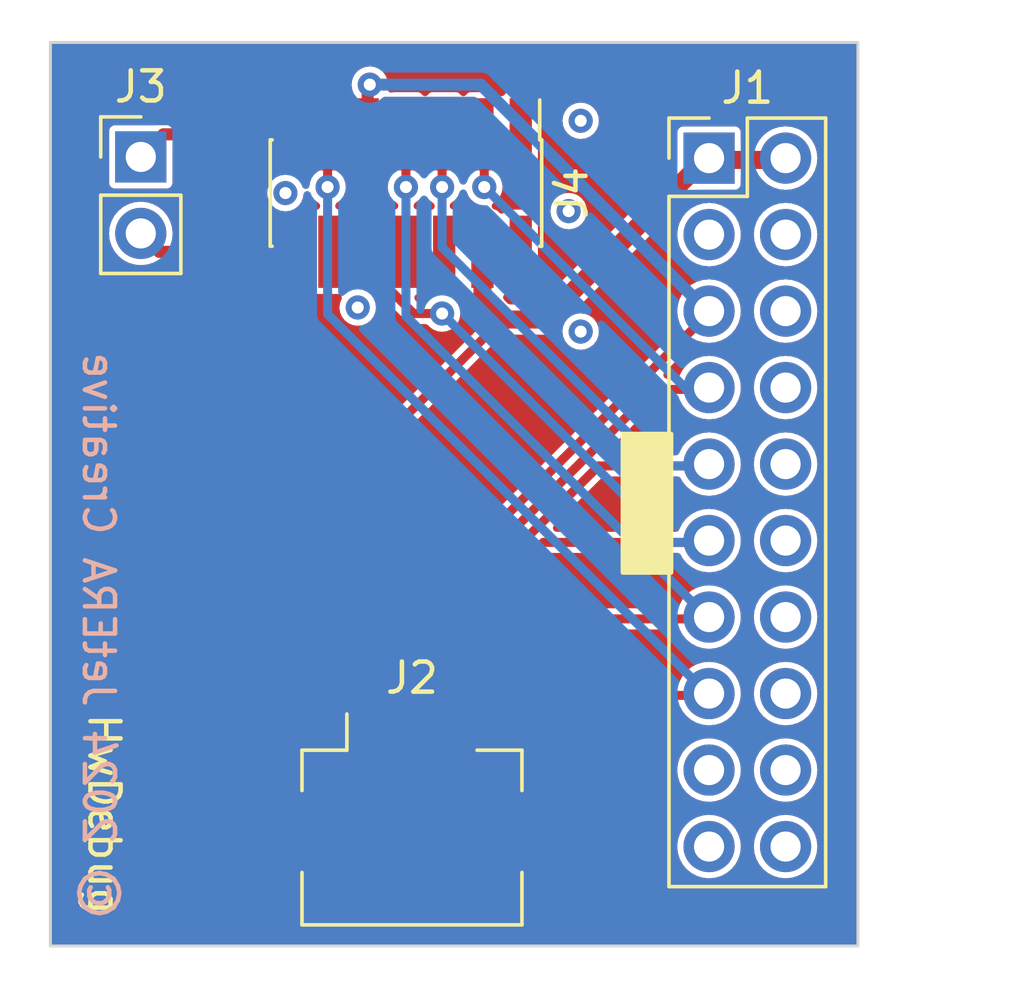
<source format=kicad_pcb>
(kicad_pcb (version 20221018) (generator pcbnew)
  (title_block (title "HwDebug Adapter") (date "2024-01-28") (rev "1.0") (company "JetERA Creative") (comment 1 "https://creativecommons.org/licenses/by-sa/4.0/legalcode.en") (comment 2 "Use of this PCB design is governed under the CC BY-SA 4.0 International license."))
  (layers (0 "F.Cu" signal) (31 "B.Cu" signal) (34 "B.Paste" user) (35 "F.Paste" user) (36 "B.SilkS" user "B.Silkscreen") (37 "F.SilkS" user "F.Silkscreen") (38 "B.Mask" user) (39 "F.Mask" user) (44 "Edge.Cuts" user))
  (net 0 "")
  (net 1 "+3V3")
  (net 3 "GND")
  (net 4 "Net-(J1-TDI)")
  (net 5 "Net-(J1-TMS{slash}SWDIO)")
  (net 6 "Net-(J1-TCK{slash}SWCLK)")
  (net 7 "Net-(J1-RTCK)")
  (net 8 "Net-(J1-TDO{slash}SWO)")
  (net 9 "Net-(J1-~{SRST})")
  (net 12 "Net-(J3-Pin_1)")
  (net 13 "Net-(J3-Pin_2)")
  (net 14 "unconnected-(J4-NC-Pad1)")
  (footprint "Connector_FFC-FPC:Hirose_FH12-8S-0.5SH_1x08-1MP_P0.50mm_Horizontal" (layer "F.Cu") (at 112 104.6)
    (fp_text reference "J2" (at 0 -3.7) (layer "F.SilkS"))
    (fp_text value "Conn_01x08_MountingPin")
    (fp_line (start -3.65 -1.3) (end -3.65 0.04) (stroke (width 0.12)) (layer "F.SilkS"))
    (fp_line (start -3.65 2.76) (end -3.65 4.5) (stroke (width 0.12)) (layer "F.SilkS"))
    (fp_line (start -3.65 4.5) (end 3.65 4.5) (stroke (width 0.12)) (layer "F.SilkS"))
    (fp_line (start -2.16 -1.3) (end -3.65 -1.3) (stroke (width 0.12)) (layer "F.SilkS"))
    (fp_line (start -2.16 -1.3) (end -2.16 -2.5) (stroke (width 0.12)) (layer "F.SilkS"))
    (fp_line (start 2.16 -1.3) (end 3.65 -1.3) (stroke (width 0.12)) (layer "F.SilkS"))
    (fp_line (start 3.65 -1.3) (end 3.65 0.04) (stroke (width 0.12)) (layer "F.SilkS"))
    (fp_line (start 3.65 4.5) (end 3.65 2.76) (stroke (width 0.12)) (layer "F.SilkS"))
    (pad "1" smd rect (at -1.75 -1.85) (size 0.3 1.3) (layers "F.Cu" "F.Paste" "F.Mask") (net 1 "+3V3"))
    (pad "2" smd rect (at -1.25 -1.85) (size 0.3 1.3) (layers "F.Cu" "F.Paste" "F.Mask") (net 3 "GND"))
    (pad "3" smd rect (at -0.75 -1.85) (size 0.3 1.3) (layers "F.Cu" "F.Paste" "F.Mask") (net 4 "Net-(J1-TDI)"))
    (pad "4" smd rect (at -0.25 -1.85) (size 0.3 1.3) (layers "F.Cu" "F.Paste" "F.Mask") (net 5 "Net-(J1-TMS{slash}SWDIO)"))
    (pad "5" smd rect (at 0.25 -1.85) (size 0.3 1.3) (layers "F.Cu" "F.Paste" "F.Mask") (net 6 "Net-(J1-TCK{slash}SWCLK)"))
    (pad "6" smd rect (at 0.75 -1.85) (size 0.3 1.3) (layers "F.Cu" "F.Paste" "F.Mask") (net 7 "Net-(J1-RTCK)"))
    (pad "7" smd rect (at 1.25 -1.85) (size 0.3 1.3) (layers "F.Cu" "F.Paste" "F.Mask") (net 8 "Net-(J1-TDO{slash}SWO)"))
    (pad "8" smd rect (at 1.75 -1.85) (size 0.3 1.3) (layers "F.Cu" "F.Paste" "F.Mask") (net 9 "Net-(J1-~{SRST})"))
    (pad "MP" smd rect (at -3.65 1.4) (size 1.8 2.2) (layers "F.Cu" "F.Paste" "F.Mask") (net 3 "GND"))
    (pad "MP" smd rect (at 3.65 1.4) (size 1.8 2.2) (layers "F.Cu" "F.Paste" "F.Mask") (net 3 "GND"))
  )
  (footprint "Connector_PinHeader_2.54mm:PinHeader_2x10_P2.54mm_Vertical" (layer "F.Cu") (at 121.86 83.64)
    (fp_text reference "J1" (at 1.27 -2.33) (layer "F.SilkS"))
    (fp_text value "Conn_ARM_JTAG_SWD_20")
    (fp_line (start -1.33 -1.33) (end 0 -1.33) (stroke (width 0.12)) (layer "F.SilkS"))
    (fp_line (start -1.33 0) (end -1.33 -1.33) (stroke (width 0.12)) (layer "F.SilkS"))
    (fp_line (start -1.33 1.27) (end -1.33 24.19) (stroke (width 0.12)) (layer "F.SilkS"))
    (fp_line (start -1.33 1.27) (end 1.27 1.27) (stroke (width 0.12)) (layer "F.SilkS"))
    (fp_line (start -1.33 24.19) (end 3.87 24.19) (stroke (width 0.12)) (layer "F.SilkS"))
    (fp_line (start 1.27 -1.33) (end 3.87 -1.33) (stroke (width 0.12)) (layer "F.SilkS"))
    (fp_line (start 1.27 1.27) (end 1.27 -1.33) (stroke (width 0.12)) (layer "F.SilkS"))
    (fp_line (start 3.87 -1.33) (end 3.87 24.19) (stroke (width 0.12)) (layer "F.SilkS"))
    (pad "1" thru_hole rect (at 0 0) (size 1.7 1.7) (drill 1) (layers "*.Cu" "*.Mask") (net 1 "+3V3"))
    (pad "2" thru_hole oval (at 2.54 0) (size 1.7 1.7) (drill 1) (layers "*.Cu" "*.Mask") (net 1 "+3V3"))
    (pad "3" thru_hole oval (at 0 2.54) (size 1.7 1.7) (drill 1) (layers "*.Cu" "*.Mask"))
    (pad "4" thru_hole oval (at 2.54 2.54) (size 1.7 1.7) (drill 1) (layers "*.Cu" "*.Mask") (net 3 "GND"))
    (pad "5" thru_hole oval (at 0 5.08) (size 1.7 1.7) (drill 1) (layers "*.Cu" "*.Mask") (net 4 "Net-(J1-TDI)"))
    (pad "6" thru_hole oval (at 2.54 5.08) (size 1.7 1.7) (drill 1) (layers "*.Cu" "*.Mask") (net 3 "GND"))
    (pad "7" thru_hole oval (at 0 7.62) (size 1.7 1.7) (drill 1) (layers "*.Cu" "*.Mask") (net 5 "Net-(J1-TMS{slash}SWDIO)"))
    (pad "8" thru_hole oval (at 2.54 7.62) (size 1.7 1.7) (drill 1) (layers "*.Cu" "*.Mask") (net 3 "GND"))
    (pad "9" thru_hole oval (at 0 10.16) (size 1.7 1.7) (drill 1) (layers "*.Cu" "*.Mask") (net 6 "Net-(J1-TCK{slash}SWCLK)"))
    (pad "10" thru_hole oval (at 2.54 10.16) (size 1.7 1.7) (drill 1) (layers "*.Cu" "*.Mask") (net 3 "GND"))
    (pad "11" thru_hole oval (at 0 12.7) (size 1.7 1.7) (drill 1) (layers "*.Cu" "*.Mask") (net 7 "Net-(J1-RTCK)"))
    (pad "12" thru_hole oval (at 2.54 12.7) (size 1.7 1.7) (drill 1) (layers "*.Cu" "*.Mask") (net 3 "GND"))
    (pad "13" thru_hole oval (at 0 15.24) (size 1.7 1.7) (drill 1) (layers "*.Cu" "*.Mask") (net 8 "Net-(J1-TDO{slash}SWO)"))
    (pad "14" thru_hole oval (at 2.54 15.24) (size 1.7 1.7) (drill 1) (layers "*.Cu" "*.Mask") (net 3 "GND"))
    (pad "15" thru_hole oval (at 0 17.78) (size 1.7 1.7) (drill 1) (layers "*.Cu" "*.Mask") (net 9 "Net-(J1-~{SRST})"))
    (pad "16" thru_hole oval (at 2.54 17.78) (size 1.7 1.7) (drill 1) (layers "*.Cu" "*.Mask") (net 3 "GND"))
    (pad "17" thru_hole oval (at 0 20.32) (size 1.7 1.7) (drill 1) (layers "*.Cu" "*.Mask"))
    (pad "18" thru_hole oval (at 2.54 20.32) (size 1.7 1.7) (drill 1) (layers "*.Cu" "*.Mask") (net 3 "GND"))
    (pad "19" thru_hole oval (at 0 22.86) (size 1.7 1.7) (drill 1) (layers "*.Cu" "*.Mask"))
    (pad "20" thru_hole oval (at 2.54 22.86) (size 1.7 1.7) (drill 1) (layers "*.Cu" "*.Mask") (net 3 "GND"))
  )
  (footprint "Connector_PinHeader_1.27mm:PinHeader_2x07_P1.27mm_Vertical_SMD" (layer "F.Cu") (at 111.8 84.8 -90)
    (fp_text reference "J4" (at 0 -5.505 -90) (layer "F.SilkS"))
    (fp_text value "Conn_ST_STDC14")
    (fp_line (start -3.09 -4.44) (end -1.765 -4.44) (stroke (width 0.12)) (layer "F.SilkS"))
    (fp_line (start -1.765 -4.505) (end -1.765 -4.44) (stroke (width 0.12)) (layer "F.SilkS"))
    (fp_line (start -1.765 -4.505) (end 1.765 -4.505) (stroke (width 0.12)) (layer "F.SilkS"))
    (fp_line (start -1.765 4.44) (end -1.765 4.505) (stroke (width 0.12)) (layer "F.SilkS"))
    (fp_line (start -1.765 4.505) (end 1.765 4.505) (stroke (width 0.12)) (layer "F.SilkS"))
    (fp_line (start 1.765 -4.505) (end 1.765 -4.44) (stroke (width 0.12)) (layer "F.SilkS"))
    (fp_line (start 1.765 4.44) (end 1.765 4.505) (stroke (width 0.12)) (layer "F.SilkS"))
    (pad "1" smd rect (at -1.95 -3.81 270) (size 2.4 0.74) (layers "F.Cu" "F.Paste" "F.Mask") (net 14 "unconnected-(J4-NC-Pad1)"))
    (pad "2" smd rect (at 1.95 -3.81 270) (size 2.4 0.74) (layers "F.Cu" "F.Paste" "F.Mask"))
    (pad "3" smd rect (at -1.95 -2.54 270) (size 2.4 0.74) (layers "F.Cu" "F.Paste" "F.Mask") (net 1 "+3V3"))
    (pad "4" smd rect (at 1.95 -2.54 270) (size 2.4 0.74) (layers "F.Cu" "F.Paste" "F.Mask") (net 5 "Net-(J1-TMS{slash}SWDIO)"))
    (pad "5" smd rect (at -1.95 -1.27 270) (size 2.4 0.74) (layers "F.Cu" "F.Paste" "F.Mask") (net 3 "GND"))
    (pad "6" smd rect (at 1.95 -1.27 270) (size 2.4 0.74) (layers "F.Cu" "F.Paste" "F.Mask") (net 6 "Net-(J1-TCK{slash}SWCLK)"))
    (pad "7" smd rect (at -1.95 0 270) (size 2.4 0.74) (layers "F.Cu" "F.Paste" "F.Mask") (net 3 "GND"))
    (pad "8" smd rect (at 1.95 0 270) (size 2.4 0.74) (layers "F.Cu" "F.Paste" "F.Mask") (net 8 "Net-(J1-TDO{slash}SWO)"))
    (pad "9" smd rect (at -1.95 1.27 270) (size 2.4 0.74) (layers "F.Cu" "F.Paste" "F.Mask") (net 7 "Net-(J1-RTCK)"))
    (pad "10" smd rect (at 1.95 1.27 270) (size 2.4 0.74) (layers "F.Cu" "F.Paste" "F.Mask") (net 4 "Net-(J1-TDI)"))
    (pad "11" smd rect (at -1.95 2.54 270) (size 2.4 0.74) (layers "F.Cu" "F.Paste" "F.Mask") (net 3 "GND"))
    (pad "12" smd rect (at 1.95 2.54 270) (size 2.4 0.74) (layers "F.Cu" "F.Paste" "F.Mask") (net 9 "Net-(J1-~{SRST})"))
    (pad "13" smd rect (at -1.95 3.81 270) (size 2.4 0.74) (layers "F.Cu" "F.Paste" "F.Mask") (net 12 "Net-(J3-Pin_1)"))
    (pad "14" smd rect (at 1.95 3.81 270) (size 2.4 0.74) (layers "F.Cu" "F.Paste" "F.Mask") (net 13 "Net-(J3-Pin_2)"))
  )
  (footprint "Connector_PinHeader_2.54mm:PinHeader_1x02_P2.54mm_Vertical" (layer "F.Cu") (at 103 83.6)
    (fp_text reference "J3" (at 0 -2.33) (layer "F.SilkS"))
    (fp_text value "Conn_01x02")
    (fp_line (start -1.33 -1.33) (end 0 -1.33) (stroke (width 0.12)) (layer "F.SilkS"))
    (fp_line (start -1.33 0) (end -1.33 -1.33) (stroke (width 0.12)) (layer "F.SilkS"))
    (fp_line (start -1.33 1.27) (end -1.33 3.87) (stroke (width 0.12)) (layer "F.SilkS"))
    (fp_line (start -1.33 1.27) (end 1.33 1.27) (stroke (width 0.12)) (layer "F.SilkS"))
    (fp_line (start -1.33 3.87) (end 1.33 3.87) (stroke (width 0.12)) (layer "F.SilkS"))
    (fp_line (start 1.33 1.27) (end 1.33 3.87) (stroke (width 0.12)) (layer "F.SilkS"))
    (pad "1" thru_hole rect (at 0 0) (size 1.7 1.7) (drill 1) (layers "*.Cu" "*.Mask") (net 12 "Net-(J3-Pin_1)"))
    (pad "2" thru_hole oval (at 0 2.54) (size 1.7 1.7) (drill 1) (layers "*.Cu" "*.Mask") (net 13 "Net-(J3-Pin_2)"))
  )
  (gr_rect (start 119 92.8) (end 120.6 97.4) (stroke (width 0.15)) (fill solid) (layer "F.SilkS"))
  (gr_rect (start 100 79.8) (end 126.8 109.8) (stroke (width 0.1)) (fill none) (layer "Edge.Cuts"))
  (gr_text "© 2024 JetERA Creative" (at 101.6 109 -90) (layer "B.SilkS") (effects (font (size 1 1)) (justify left mirror)))
  (gr_text "HwDebug" (at 101.2 102 -90) (layer "F.SilkS") (effects (font (size 1 1)) (justify left bottom)))
  (via (at 107.8 84.8) (size 0.8) (drill 0.4) (layers "F.Cu" "B.Cu") (net 0))
  (via (at 117.6 82.4) (size 0.8) (drill 0.4) (layers "F.Cu" "B.Cu") (net 0))
  (via (at 117.2 85.4) (size 0.8) (drill 0.4) (layers "F.Cu" "B.Cu") (net 0))
  (via (at 117.6 89.4) (size 0.8) (drill 0.4) (layers "F.Cu" "B.Cu") (net 0))
  (segment (start 116.4 89) (end 115 89) (width 0.6) (layer "F.Cu") (net 1))
  (segment (start 121.7 83.7) (end 116.4 89) (width 0.6) (layer "F.Cu") (net 1))
  (segment (start 110.25 102.75) (end 110.25 93.75) (width 0.3) (layer "F.Cu") (net 1))
  (segment (start 115 89) (end 114.34 88.34) (width 0.6) (layer "F.Cu") (net 1))
  (segment (start 124.4 83.7) (end 121.7 83.7) (width 0.6) (layer "F.Cu") (net 1))
  (segment (start 110.25 93.75) (end 115 89) (width 0.3) (layer "F.Cu") (net 1))
  (segment (start 114.34 88.34) (end 114.34 86.6) (width 0.6) (layer "F.Cu") (net 1))
  (segment (start 110.53 81.27) (end 110.6 81.2) (width 0.4) (layer "F.Cu") (net 4))
  (segment (start 111.25 102.75) (end 111.25 99.39) (width 0.3) (layer "F.Cu") (net 4))
  (segment (start 111.25 99.39) (end 121.86 88.78) (width 0.3) (layer "F.Cu") (net 4))
  (segment (start 110.53 83) (end 110.53 81.27) (width 0.4) (layer "F.Cu") (net 4))
  (via (at 110.6 81.2) (size 0.8) (drill 0.4) (layers "F.Cu" "B.Cu") (net 4))
  (segment (start 110.6 81.2) (end 114.28 81.2) (width 0.4) (layer "B.Cu") (net 4))
  (segment (start 114.28 81.2) (end 121.86 88.78) (width 0.4) (layer "B.Cu") (net 4))
  (segment (start 114.4 83.06) (end 114.34 83) (width 0.3) (layer "F.Cu") (net 5))
  (segment (start 111.75 99.597106) (end 120.027106 91.32) (width 0.3) (layer "F.Cu") (net 5))
  (segment (start 114.4 84.6) (end 114.4 83.06) (width 0.3) (layer "F.Cu") (net 5))
  (segment (start 120.027106 91.32) (end 121.86 91.32) (width 0.3) (layer "F.Cu") (net 5))
  (segment (start 111.75 102.75) (end 111.75 99.597106) (width 0.3) (layer "F.Cu") (net 5))
  (via (at 114.4 84.6) (size 0.8) (drill 0.4) (layers "F.Cu" "B.Cu") (net 5))
  (segment (start 121.12 91.32) (end 114.4 84.6) (width 0.3) (layer "B.Cu") (net 5))
  (segment (start 121.86 91.32) (end 121.12 91.32) (width 0.3) (layer "B.Cu") (net 5))
  (segment (start 113 84.6) (end 113 83.07) (width 0.3) (layer "F.Cu") (net 6))
  (segment (start 112.25 102.75) (end 112.25 99.804212) (width 0.3) (layer "F.Cu") (net 6))
  (segment (start 113 83.07) (end 113.07 83) (width 0.3) (layer "F.Cu") (net 6))
  (segment (start 112.25 99.804212) (end 118.194212 93.86) (width 0.3) (layer "F.Cu") (net 6))
  (segment (start 118.194212 93.86) (end 121.86 93.86) (width 0.3) (layer "F.Cu") (net 6))
  (via (at 113 84.6) (size 0.8) (drill 0.4) (layers "F.Cu" "B.Cu") (net 6))
  (segment (start 120.26 93.86) (end 113 86.6) (width 0.3) (layer "B.Cu") (net 6))
  (segment (start 121.86 93.86) (end 120.26 93.86) (width 0.3) (layer "B.Cu") (net 6))
  (segment (start 113 86.6) (end 113 84.6) (width 0.3) (layer "B.Cu") (net 6))
  (segment (start 116.361318 96.4) (end 121.86 96.4) (width 0.3) (layer "F.Cu") (net 7))
  (segment (start 112.75 100.011318) (end 116.361318 96.4) (width 0.3) (layer "F.Cu") (net 7))
  (segment (start 112.75 102.75) (end 112.75 100.011318) (width 0.3) (layer "F.Cu") (net 7))
  (segment (start 112.055 88.8) (end 113 88.8) (width 0.3) (layer "F.Cu") (net 7))
  (segment (start 110.53 87.275) (end 112.055 88.8) (width 0.3) (layer "F.Cu") (net 7))
  (segment (start 110.53 86.6) (end 110.53 87.275) (width 0.3) (layer "F.Cu") (net 7))
  (via (at 113 88.8) (size 0.8) (drill 0.4) (layers "F.Cu" "B.Cu") (net 7))
  (segment (start 120.6 96.4) (end 121.86 96.4) (width 0.3) (layer "B.Cu") (net 7))
  (segment (start 113 88.8) (end 120.6 96.4) (width 0.3) (layer "B.Cu") (net 7))
  (segment (start 114.528424 98.94) (end 121.86 98.94) (width 0.3) (layer "F.Cu") (net 8))
  (segment (start 113.25 100.218424) (end 114.528424 98.94) (width 0.3) (layer "F.Cu") (net 8))
  (segment (start 111.8 84.6) (end 111.8 83) (width 0.3) (layer "F.Cu") (net 8))
  (segment (start 113.25 102.75) (end 113.25 100.218424) (width 0.3) (layer "F.Cu") (net 8))
  (via (at 111.8 84.6) (size 0.8) (drill 0.4) (layers "F.Cu" "B.Cu") (net 8))
  (segment (start 121.86 98.94) (end 111.8 88.88) (width 0.3) (layer "B.Cu") (net 8))
  (segment (start 111.8 88.88) (end 111.8 84.6) (width 0.3) (layer "B.Cu") (net 8))
  (segment (start 113.75 102.75) (end 113.75 102.05) (width 0.3) (layer "F.Cu") (net 9))
  (segment (start 109.2 84.6) (end 109.2 83.06) (width 0.3) (layer "F.Cu") (net 9))
  (segment (start 114.32 101.48) (end 121.86 101.48) (width 0.3) (layer "F.Cu") (net 9))
  (segment (start 113.75 102.05) (end 114.32 101.48) (width 0.3) (layer "F.Cu") (net 9))
  (segment (start 109.2 83.06) (end 109.26 83) (width 0.3) (layer "F.Cu") (net 9))
  (via (at 109.2 84.6) (size 0.8) (drill 0.4) (layers "F.Cu" "B.Cu") (net 9))
  (segment (start 121.86 101.48) (end 109.2 88.82) (width 0.3) (layer "B.Cu") (net 9))
  (segment (start 109.2 88.82) (end 109.2 84.6) (width 0.3) (layer "B.Cu") (net 9))
  (segment (start 103.75 82.85) (end 103 83.6) (width 0.4) (layer "F.Cu") (net 12))
  (segment (start 107.99 82.85) (end 103.75 82.85) (width 0.4) (layer "F.Cu") (net 12))
  (segment (start 103.61 86.75) (end 103 86.14) (width 0.4) (layer "F.Cu") (net 13))
  (segment (start 107.99 86.75) (end 103.61 86.75) (width 0.4) (layer "F.Cu") (net 13))
  (via (at 110.2 88.6) (size 0.8) (drill 0.4) (layers "F.Cu" "B.Cu") (net 14))
  (zone (net 0) (net_name "") (layers "F&B.Cu") (connect_pads (clearance 0.1)) (min_thickness 0.25) (fill yes (thermal_gap 0.5) (thermal_bridge_width 0.5))
    (polygon (pts (xy 100 79.8) (xy 126.8 79.8) (xy 126.8 109.8) (xy 100 109.8)))
  )
)
</source>
